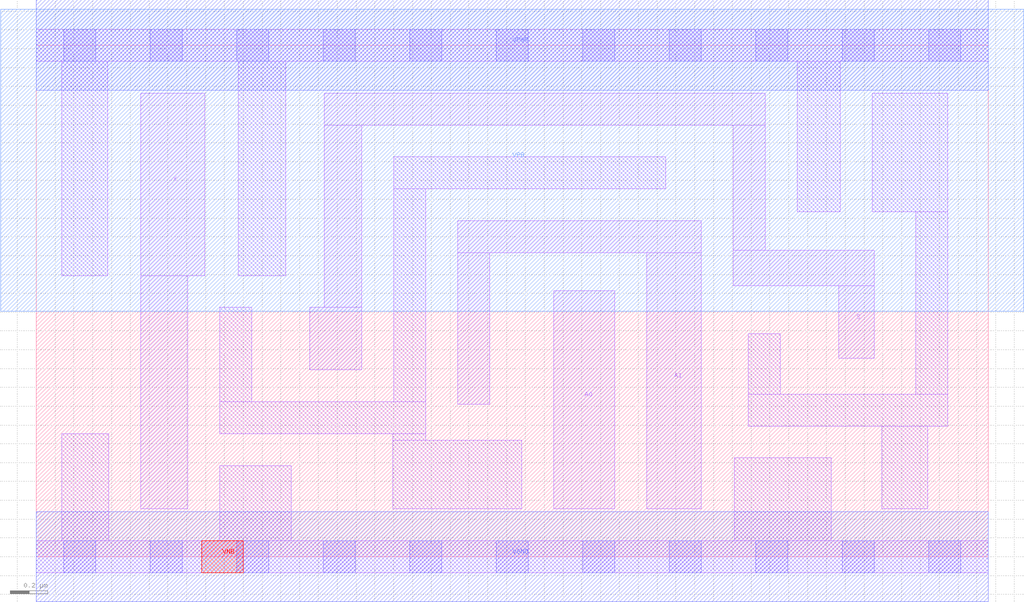
<source format=lef>
# Copyright 2020 The SkyWater PDK Authors
#
# Licensed under the Apache License, Version 2.0 (the "License");
# you may not use this file except in compliance with the License.
# You may obtain a copy of the License at
#
#     https://www.apache.org/licenses/LICENSE-2.0
#
# Unless required by applicable law or agreed to in writing, software
# distributed under the License is distributed on an "AS IS" BASIS,
# WITHOUT WARRANTIES OR CONDITIONS OF ANY KIND, either express or implied.
# See the License for the specific language governing permissions and
# limitations under the License.
#
# SPDX-License-Identifier: Apache-2.0

VERSION 5.7 ;
  NOWIREEXTENSIONATPIN ON ;
  DIVIDERCHAR "/" ;
  BUSBITCHARS "[]" ;
PROPERTYDEFINITIONS
  MACRO maskLayoutSubType STRING ;
  MACRO prCellType STRING ;
  MACRO originalViewName STRING ;
END PROPERTYDEFINITIONS
MACRO sky130_fd_sc_hdll__clkmux2_2
  CLASS CORE ;
  FOREIGN sky130_fd_sc_hdll__clkmux2_2 ;
  ORIGIN  0.000000  0.000000 ;
  SIZE  5.060000 BY  2.720000 ;
  SYMMETRY X Y R90 ;
  SITE unithd ;
  PIN A0
    ANTENNAGATEAREA  0.232200 ;
    DIRECTION INPUT ;
    USE SIGNAL ;
    PORT
      LAYER li1 ;
        RECT 2.750000 0.255000 3.075000 1.415000 ;
    END
  END A0
  PIN A1
    ANTENNAGATEAREA  0.232200 ;
    DIRECTION INPUT ;
    USE SIGNAL ;
    PORT
      LAYER li1 ;
        RECT 2.240000 0.810000 2.410000 1.615000 ;
        RECT 2.240000 1.615000 3.535000 1.785000 ;
        RECT 3.245000 0.255000 3.535000 1.615000 ;
    END
  END A1
  PIN S
    ANTENNAGATEAREA  0.479400 ;
    DIRECTION INPUT ;
    USE SIGNAL ;
    PORT
      LAYER li1 ;
        RECT 1.455000 0.995000 1.730000 1.325000 ;
        RECT 1.530000 1.325000 1.730000 2.295000 ;
        RECT 1.530000 2.295000 3.875000 2.465000 ;
        RECT 3.705000 1.440000 4.455000 1.630000 ;
        RECT 3.705000 1.630000 3.875000 2.295000 ;
        RECT 4.265000 1.055000 4.455000 1.440000 ;
    END
  END S
  PIN VGND
    ANTENNADIFFAREA  0.632000 ;
    DIRECTION INOUT ;
    USE SIGNAL ;
    PORT
      LAYER met1 ;
        RECT 0.000000 -0.240000 5.060000 0.240000 ;
    END
  END VGND
  PIN VPWR
    ANTENNADIFFAREA  1.066400 ;
    DIRECTION INOUT ;
    USE SIGNAL ;
    PORT
      LAYER met1 ;
        RECT 0.000000 2.480000 5.060000 2.960000 ;
    END
  END VPWR
  PIN X
    ANTENNADIFFAREA  0.430400 ;
    DIRECTION OUTPUT ;
    USE SIGNAL ;
    PORT
      LAYER li1 ;
        RECT 0.555000 0.255000 0.805000 1.495000 ;
        RECT 0.555000 1.495000 0.895000 2.465000 ;
    END
  END X
  PIN VNB
    DIRECTION INOUT ;
    USE GROUND ;
    PORT
      LAYER pwell ;
        RECT 0.880000 -0.085000 1.100000 0.085000 ;
    END
  END VNB
  PIN VPB
    DIRECTION INOUT ;
    USE POWER ;
    PORT
      LAYER nwell ;
        RECT -0.190000 1.305000 5.250000 2.910000 ;
    END
  END VPB
  OBS
    LAYER li1 ;
      RECT 0.000000 -0.085000 5.060000 0.085000 ;
      RECT 0.000000  2.635000 5.060000 2.805000 ;
      RECT 0.135000  0.085000 0.385000 0.655000 ;
      RECT 0.135000  1.495000 0.380000 2.635000 ;
      RECT 0.975000  0.085000 1.355000 0.485000 ;
      RECT 0.975000  0.655000 2.070000 0.825000 ;
      RECT 0.975000  0.825000 1.145000 1.325000 ;
      RECT 1.075000  1.495000 1.325000 2.635000 ;
      RECT 1.895000  0.255000 2.580000 0.620000 ;
      RECT 1.895000  0.620000 2.070000 0.655000 ;
      RECT 1.900000  0.825000 2.070000 1.955000 ;
      RECT 1.900000  1.955000 3.345000 2.125000 ;
      RECT 3.710000  0.085000 4.225000 0.525000 ;
      RECT 3.785000  0.695000 4.845000 0.865000 ;
      RECT 3.785000  0.865000 3.955000 1.185000 ;
      RECT 4.045000  1.835000 4.275000 2.635000 ;
      RECT 4.445000  1.835000 4.845000 2.465000 ;
      RECT 4.495000  0.255000 4.740000 0.695000 ;
      RECT 4.675000  0.865000 4.845000 1.835000 ;
    LAYER mcon ;
      RECT 0.145000 -0.085000 0.315000 0.085000 ;
      RECT 0.145000  2.635000 0.315000 2.805000 ;
      RECT 0.605000 -0.085000 0.775000 0.085000 ;
      RECT 0.605000  2.635000 0.775000 2.805000 ;
      RECT 1.065000 -0.085000 1.235000 0.085000 ;
      RECT 1.065000  2.635000 1.235000 2.805000 ;
      RECT 1.525000 -0.085000 1.695000 0.085000 ;
      RECT 1.525000  2.635000 1.695000 2.805000 ;
      RECT 1.985000 -0.085000 2.155000 0.085000 ;
      RECT 1.985000  2.635000 2.155000 2.805000 ;
      RECT 2.445000 -0.085000 2.615000 0.085000 ;
      RECT 2.445000  2.635000 2.615000 2.805000 ;
      RECT 2.905000 -0.085000 3.075000 0.085000 ;
      RECT 2.905000  2.635000 3.075000 2.805000 ;
      RECT 3.365000 -0.085000 3.535000 0.085000 ;
      RECT 3.365000  2.635000 3.535000 2.805000 ;
      RECT 3.825000 -0.085000 3.995000 0.085000 ;
      RECT 3.825000  2.635000 3.995000 2.805000 ;
      RECT 4.285000 -0.085000 4.455000 0.085000 ;
      RECT 4.285000  2.635000 4.455000 2.805000 ;
      RECT 4.745000 -0.085000 4.915000 0.085000 ;
      RECT 4.745000  2.635000 4.915000 2.805000 ;
  END
  PROPERTY maskLayoutSubType "abstract" ;
  PROPERTY prCellType "standard" ;
  PROPERTY originalViewName "layout" ;
END sky130_fd_sc_hdll__clkmux2_2
END LIBRARY

</source>
